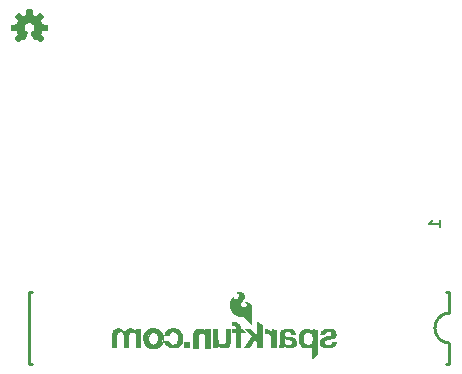
<source format=gbr>
G04 EAGLE Gerber RS-274X export*
G75*
%MOMM*%
%FSLAX34Y34*%
%LPD*%
%INSilkscreen Bottom*%
%IPPOS*%
%AMOC8*
5,1,8,0,0,1.08239X$1,22.5*%
G01*
%ADD10C,0.254000*%
%ADD11C,0.152400*%
%ADD12C,0.025400*%
%ADD13R,0.495300X0.485100*%

G36*
X123620Y495446D02*
X123620Y495446D01*
X123728Y495456D01*
X123741Y495462D01*
X123755Y495464D01*
X123852Y495512D01*
X123951Y495557D01*
X123964Y495568D01*
X123973Y495572D01*
X123988Y495588D01*
X124065Y495650D01*
X126650Y498235D01*
X126713Y498324D01*
X126779Y498409D01*
X126784Y498422D01*
X126792Y498434D01*
X126823Y498537D01*
X126859Y498640D01*
X126859Y498654D01*
X126863Y498667D01*
X126859Y498775D01*
X126860Y498884D01*
X126855Y498897D01*
X126855Y498911D01*
X126817Y499013D01*
X126782Y499115D01*
X126773Y499130D01*
X126769Y499139D01*
X126755Y499156D01*
X126701Y499238D01*
X123937Y502628D01*
X124494Y503710D01*
X124500Y503730D01*
X124542Y503825D01*
X124913Y504984D01*
X129264Y505427D01*
X129368Y505455D01*
X129474Y505480D01*
X129486Y505487D01*
X129499Y505490D01*
X129589Y505551D01*
X129682Y505608D01*
X129690Y505619D01*
X129702Y505627D01*
X129768Y505713D01*
X129837Y505797D01*
X129841Y505810D01*
X129850Y505821D01*
X129884Y505924D01*
X129923Y506025D01*
X129924Y506043D01*
X129928Y506052D01*
X129928Y506074D01*
X129937Y506172D01*
X129937Y509828D01*
X129920Y509935D01*
X129906Y510043D01*
X129900Y510055D01*
X129898Y510069D01*
X129846Y510165D01*
X129799Y510262D01*
X129789Y510272D01*
X129783Y510284D01*
X129703Y510358D01*
X129627Y510435D01*
X129615Y510441D01*
X129605Y510451D01*
X129506Y510496D01*
X129409Y510544D01*
X129391Y510548D01*
X129382Y510552D01*
X129361Y510554D01*
X129264Y510573D01*
X124913Y511016D01*
X124542Y512175D01*
X124533Y512192D01*
X124531Y512200D01*
X124527Y512207D01*
X124494Y512290D01*
X123937Y513372D01*
X126701Y516762D01*
X126755Y516856D01*
X126812Y516948D01*
X126815Y516961D01*
X126822Y516973D01*
X126843Y517080D01*
X126868Y517185D01*
X126866Y517199D01*
X126869Y517213D01*
X126854Y517320D01*
X126844Y517428D01*
X126838Y517441D01*
X126836Y517455D01*
X126788Y517552D01*
X126743Y517651D01*
X126732Y517664D01*
X126728Y517673D01*
X126712Y517688D01*
X126650Y517765D01*
X124065Y520350D01*
X123976Y520413D01*
X123891Y520479D01*
X123878Y520484D01*
X123866Y520492D01*
X123763Y520523D01*
X123660Y520559D01*
X123646Y520559D01*
X123633Y520563D01*
X123525Y520559D01*
X123416Y520560D01*
X123403Y520555D01*
X123389Y520555D01*
X123287Y520517D01*
X123185Y520482D01*
X123170Y520473D01*
X123161Y520469D01*
X123144Y520455D01*
X123062Y520401D01*
X119672Y517637D01*
X118590Y518194D01*
X118570Y518200D01*
X118475Y518242D01*
X117316Y518613D01*
X116873Y522964D01*
X116845Y523068D01*
X116820Y523174D01*
X116813Y523186D01*
X116810Y523199D01*
X116749Y523289D01*
X116692Y523382D01*
X116681Y523390D01*
X116673Y523402D01*
X116587Y523468D01*
X116503Y523537D01*
X116490Y523541D01*
X116479Y523550D01*
X116376Y523584D01*
X116275Y523623D01*
X116257Y523624D01*
X116248Y523628D01*
X116226Y523628D01*
X116128Y523637D01*
X112472Y523637D01*
X112365Y523620D01*
X112257Y523606D01*
X112245Y523600D01*
X112231Y523598D01*
X112135Y523546D01*
X112038Y523499D01*
X112028Y523489D01*
X112016Y523483D01*
X111942Y523403D01*
X111865Y523327D01*
X111859Y523315D01*
X111849Y523305D01*
X111804Y523206D01*
X111756Y523109D01*
X111752Y523091D01*
X111748Y523082D01*
X111746Y523061D01*
X111727Y522964D01*
X111284Y518613D01*
X110125Y518242D01*
X110107Y518232D01*
X110010Y518194D01*
X108928Y517637D01*
X105538Y520401D01*
X105444Y520455D01*
X105352Y520512D01*
X105339Y520515D01*
X105327Y520522D01*
X105220Y520543D01*
X105115Y520568D01*
X105101Y520566D01*
X105087Y520569D01*
X104980Y520554D01*
X104872Y520544D01*
X104859Y520538D01*
X104846Y520536D01*
X104748Y520488D01*
X104649Y520443D01*
X104636Y520432D01*
X104627Y520428D01*
X104612Y520412D01*
X104535Y520350D01*
X101950Y517765D01*
X101887Y517676D01*
X101821Y517591D01*
X101816Y517578D01*
X101808Y517566D01*
X101777Y517463D01*
X101741Y517360D01*
X101741Y517346D01*
X101737Y517333D01*
X101741Y517225D01*
X101740Y517116D01*
X101745Y517103D01*
X101745Y517089D01*
X101783Y516987D01*
X101818Y516885D01*
X101827Y516870D01*
X101831Y516861D01*
X101845Y516844D01*
X101899Y516762D01*
X104663Y513372D01*
X104106Y512290D01*
X104100Y512270D01*
X104058Y512175D01*
X103687Y511016D01*
X99336Y510573D01*
X99232Y510545D01*
X99126Y510520D01*
X99114Y510513D01*
X99101Y510510D01*
X99011Y510449D01*
X98918Y510392D01*
X98910Y510381D01*
X98898Y510373D01*
X98832Y510287D01*
X98764Y510203D01*
X98759Y510190D01*
X98750Y510179D01*
X98716Y510076D01*
X98677Y509975D01*
X98676Y509957D01*
X98672Y509948D01*
X98673Y509926D01*
X98663Y509828D01*
X98663Y506172D01*
X98680Y506065D01*
X98694Y505957D01*
X98700Y505945D01*
X98702Y505931D01*
X98754Y505835D01*
X98801Y505738D01*
X98811Y505728D01*
X98817Y505716D01*
X98897Y505642D01*
X98973Y505565D01*
X98985Y505559D01*
X98996Y505549D01*
X99094Y505504D01*
X99191Y505456D01*
X99209Y505452D01*
X99218Y505448D01*
X99239Y505446D01*
X99336Y505427D01*
X103687Y504984D01*
X104058Y503825D01*
X104068Y503807D01*
X104106Y503710D01*
X104663Y502628D01*
X101899Y499238D01*
X101845Y499144D01*
X101788Y499052D01*
X101785Y499039D01*
X101778Y499027D01*
X101757Y498920D01*
X101732Y498815D01*
X101734Y498801D01*
X101731Y498787D01*
X101746Y498680D01*
X101756Y498572D01*
X101762Y498559D01*
X101764Y498546D01*
X101812Y498448D01*
X101857Y498349D01*
X101868Y498336D01*
X101872Y498327D01*
X101888Y498312D01*
X101950Y498235D01*
X104535Y495650D01*
X104624Y495587D01*
X104709Y495521D01*
X104722Y495516D01*
X104734Y495508D01*
X104837Y495477D01*
X104940Y495441D01*
X104954Y495441D01*
X104967Y495437D01*
X105075Y495441D01*
X105184Y495440D01*
X105197Y495445D01*
X105211Y495445D01*
X105313Y495483D01*
X105415Y495518D01*
X105430Y495527D01*
X105439Y495531D01*
X105456Y495545D01*
X105538Y495599D01*
X108928Y498363D01*
X110010Y497806D01*
X110063Y497789D01*
X110112Y497763D01*
X110178Y497752D01*
X110242Y497731D01*
X110298Y497732D01*
X110352Y497723D01*
X110419Y497734D01*
X110486Y497735D01*
X110538Y497753D01*
X110593Y497762D01*
X110653Y497794D01*
X110716Y497817D01*
X110759Y497851D01*
X110809Y497877D01*
X110855Y497926D01*
X110907Y497968D01*
X110938Y498015D01*
X110976Y498055D01*
X111032Y498160D01*
X111040Y498173D01*
X111041Y498178D01*
X111045Y498185D01*
X113198Y503382D01*
X113218Y503465D01*
X113223Y503478D01*
X113225Y503494D01*
X113250Y503579D01*
X113249Y503600D01*
X113254Y503620D01*
X113246Y503702D01*
X113248Y503721D01*
X113243Y503741D01*
X113239Y503822D01*
X113232Y503842D01*
X113230Y503863D01*
X113199Y503932D01*
X113192Y503959D01*
X113177Y503983D01*
X113151Y504050D01*
X113138Y504066D01*
X113129Y504085D01*
X113084Y504134D01*
X113064Y504166D01*
X113033Y504191D01*
X112995Y504237D01*
X112972Y504253D01*
X112962Y504263D01*
X112941Y504275D01*
X112876Y504320D01*
X112875Y504321D01*
X112874Y504322D01*
X111975Y504828D01*
X111288Y505472D01*
X110773Y506260D01*
X110461Y507148D01*
X110369Y508085D01*
X110502Y509017D01*
X110853Y509891D01*
X111402Y510656D01*
X112116Y511269D01*
X112956Y511694D01*
X113873Y511908D01*
X114814Y511898D01*
X115726Y511664D01*
X116556Y511221D01*
X117257Y510592D01*
X117789Y509815D01*
X118120Y508934D01*
X118233Y507999D01*
X118125Y507082D01*
X117805Y506214D01*
X117291Y505445D01*
X116612Y504818D01*
X115728Y504323D01*
X115686Y504290D01*
X115644Y504267D01*
X115613Y504234D01*
X115565Y504199D01*
X115553Y504183D01*
X115537Y504170D01*
X115502Y504115D01*
X115477Y504089D01*
X115463Y504058D01*
X115422Y504001D01*
X115416Y503982D01*
X115406Y503965D01*
X115387Y503890D01*
X115377Y503867D01*
X115374Y503843D01*
X115351Y503768D01*
X115352Y503748D01*
X115347Y503728D01*
X115354Y503643D01*
X115353Y503624D01*
X115356Y503607D01*
X115359Y503524D01*
X115367Y503499D01*
X115368Y503485D01*
X115378Y503463D01*
X115402Y503382D01*
X115711Y502637D01*
X116642Y500389D01*
X116952Y499640D01*
X117555Y498185D01*
X117584Y498138D01*
X117605Y498086D01*
X117648Y498035D01*
X117684Y497978D01*
X117727Y497943D01*
X117763Y497900D01*
X117820Y497866D01*
X117872Y497823D01*
X117924Y497804D01*
X117972Y497775D01*
X118038Y497761D01*
X118101Y497737D01*
X118156Y497735D01*
X118210Y497724D01*
X118277Y497731D01*
X118344Y497729D01*
X118398Y497745D01*
X118453Y497752D01*
X118564Y497796D01*
X118578Y497800D01*
X118582Y497803D01*
X118590Y497806D01*
X119672Y498363D01*
X123062Y495599D01*
X123156Y495545D01*
X123248Y495488D01*
X123261Y495485D01*
X123273Y495478D01*
X123380Y495457D01*
X123485Y495432D01*
X123499Y495434D01*
X123513Y495431D01*
X123620Y495446D01*
G37*
G36*
X302584Y256077D02*
X302584Y256077D01*
X302626Y256092D01*
X302628Y256097D01*
X302632Y256099D01*
X302661Y256172D01*
X302665Y256183D01*
X302665Y256184D01*
X302665Y271348D01*
X302663Y271353D01*
X302665Y271359D01*
X302595Y272190D01*
X302589Y272201D01*
X302590Y272216D01*
X302350Y273015D01*
X302342Y273025D01*
X302340Y273039D01*
X301939Y273771D01*
X301929Y273779D01*
X301924Y273792D01*
X301454Y274342D01*
X301443Y274347D01*
X301436Y274359D01*
X300866Y274804D01*
X300854Y274807D01*
X300844Y274817D01*
X300196Y275138D01*
X300184Y275139D01*
X300172Y275147D01*
X299473Y275331D01*
X299462Y275330D01*
X299451Y275335D01*
X298511Y275408D01*
X298502Y275405D01*
X298491Y275408D01*
X297551Y275335D01*
X297547Y275333D01*
X297541Y275334D01*
X297058Y275258D01*
X297019Y275233D01*
X296979Y275212D01*
X296978Y275208D01*
X296975Y275206D01*
X296965Y275161D01*
X296953Y275117D01*
X296955Y275113D01*
X296954Y275109D01*
X296979Y275071D01*
X297003Y275032D01*
X297007Y275031D01*
X297009Y275028D01*
X297050Y275019D01*
X297090Y275007D01*
X297248Y275023D01*
X297386Y274995D01*
X297519Y274924D01*
X298343Y274325D01*
X298461Y274211D01*
X298533Y274073D01*
X298626Y273658D01*
X298626Y273230D01*
X298533Y272814D01*
X298327Y272410D01*
X298014Y272082D01*
X297408Y271717D01*
X296730Y271510D01*
X296019Y271475D01*
X295409Y271572D01*
X294823Y271770D01*
X294280Y272063D01*
X293855Y272428D01*
X293540Y272888D01*
X293354Y273413D01*
X293311Y273969D01*
X293413Y274517D01*
X293653Y275020D01*
X294023Y275455D01*
X294221Y275665D01*
X294816Y276296D01*
X295411Y276927D01*
X295476Y276996D01*
X295479Y277006D01*
X295488Y277012D01*
X296675Y278770D01*
X296677Y278783D01*
X296687Y278793D01*
X296967Y279481D01*
X296966Y279496D01*
X296975Y279511D01*
X297074Y280246D01*
X297070Y280261D01*
X297075Y280278D01*
X296988Y281015D01*
X296980Y281028D01*
X296980Y281046D01*
X296713Y281738D01*
X296702Y281749D01*
X296698Y281766D01*
X296267Y282369D01*
X296257Y282376D01*
X296251Y282388D01*
X295555Y283046D01*
X295547Y283049D01*
X295542Y283057D01*
X294765Y283617D01*
X294755Y283620D01*
X294747Y283628D01*
X293967Y284016D01*
X293955Y284017D01*
X293944Y284025D01*
X293104Y284256D01*
X293092Y284255D01*
X293080Y284261D01*
X292212Y284327D01*
X292202Y284323D01*
X292190Y284327D01*
X291290Y284241D01*
X291281Y284237D01*
X291271Y284238D01*
X290393Y284018D01*
X290385Y284012D01*
X290373Y284011D01*
X290145Y283910D01*
X289789Y283758D01*
X289788Y283758D01*
X289284Y283537D01*
X289274Y283526D01*
X289257Y283521D01*
X288822Y283183D01*
X288819Y283176D01*
X288811Y283172D01*
X288786Y283147D01*
X288783Y283146D01*
X288748Y283054D01*
X288789Y282965D01*
X288874Y282932D01*
X289477Y282932D01*
X289988Y282875D01*
X290478Y282736D01*
X290959Y282481D01*
X291354Y282111D01*
X291640Y281651D01*
X291797Y281132D01*
X291809Y280829D01*
X291750Y280529D01*
X291544Y280035D01*
X291261Y279577D01*
X290910Y279167D01*
X290498Y278813D01*
X289596Y278162D01*
X289108Y277913D01*
X288579Y277815D01*
X288040Y277873D01*
X287866Y277938D01*
X287505Y278187D01*
X287231Y278526D01*
X287187Y278629D01*
X287171Y278749D01*
X287171Y279629D01*
X287154Y279670D01*
X287140Y279712D01*
X287135Y279715D01*
X287133Y279720D01*
X287092Y279736D01*
X287052Y279755D01*
X287046Y279753D01*
X287041Y279755D01*
X287014Y279743D01*
X286965Y279727D01*
X285839Y278806D01*
X285833Y278794D01*
X285821Y278787D01*
X284914Y277650D01*
X284911Y277639D01*
X284902Y277631D01*
X284400Y276697D01*
X284399Y276687D01*
X284393Y276679D01*
X284035Y275682D01*
X284035Y275672D01*
X284030Y275663D01*
X283823Y274624D01*
X283825Y274614D01*
X283824Y274612D01*
X283825Y274612D01*
X283821Y274603D01*
X283761Y272675D01*
X283765Y272664D01*
X283762Y272652D01*
X284050Y270745D01*
X284056Y270735D01*
X284056Y270723D01*
X284684Y268899D01*
X284691Y268890D01*
X284693Y268878D01*
X285640Y267197D01*
X285648Y267191D01*
X285651Y267180D01*
X286536Y266073D01*
X286543Y266070D01*
X286545Y266064D01*
X286546Y266064D01*
X286548Y266060D01*
X287579Y265088D01*
X287587Y265085D01*
X287593Y265077D01*
X288750Y264260D01*
X288760Y264258D01*
X288768Y264250D01*
X289998Y263650D01*
X290009Y263649D01*
X290019Y263641D01*
X291338Y263273D01*
X291349Y263275D01*
X291360Y263269D01*
X292724Y263145D01*
X292729Y263147D01*
X292735Y263145D01*
X295010Y263145D01*
X295378Y263080D01*
X295729Y262953D01*
X296719Y262364D01*
X297573Y261582D01*
X302445Y256100D01*
X302449Y256098D01*
X302451Y256093D01*
X302493Y256077D01*
X302534Y256058D01*
X302538Y256060D01*
X302543Y256058D01*
X302584Y256077D01*
G37*
G36*
X353951Y227383D02*
X353951Y227383D01*
X353953Y227382D01*
X353974Y227391D01*
X354034Y227414D01*
X358174Y231148D01*
X358176Y231154D01*
X358182Y231157D01*
X358206Y231217D01*
X358215Y231238D01*
X358214Y231240D01*
X358215Y231242D01*
X358215Y251816D01*
X358200Y251853D01*
X358190Y251892D01*
X358181Y251898D01*
X358177Y251907D01*
X358149Y251918D01*
X358113Y251940D01*
X354227Y252676D01*
X354212Y252673D01*
X354197Y252678D01*
X354165Y252663D01*
X354130Y252655D01*
X354122Y252642D01*
X354109Y252636D01*
X354094Y252597D01*
X354078Y252572D01*
X354081Y252561D01*
X354077Y252550D01*
X354101Y250633D01*
X353967Y250782D01*
X353966Y250783D01*
X353966Y250784D01*
X353077Y251749D01*
X353071Y251751D01*
X353067Y251758D01*
X352724Y252059D01*
X352713Y252063D01*
X352705Y252073D01*
X352311Y252306D01*
X352302Y252307D01*
X352294Y252314D01*
X350973Y252847D01*
X350962Y252847D01*
X350952Y252854D01*
X350470Y252956D01*
X350458Y252953D01*
X350446Y252958D01*
X348465Y252983D01*
X348454Y252979D01*
X348442Y252981D01*
X347357Y252798D01*
X347347Y252791D01*
X347333Y252791D01*
X346308Y252391D01*
X346301Y252383D01*
X346289Y252381D01*
X345387Y251840D01*
X345382Y251834D01*
X345373Y251831D01*
X344549Y251178D01*
X344543Y251168D01*
X344533Y251163D01*
X343741Y250273D01*
X343737Y250260D01*
X343725Y250251D01*
X343146Y249210D01*
X343144Y249198D01*
X343136Y249187D01*
X342462Y247074D01*
X342463Y247063D01*
X342457Y247052D01*
X342174Y244852D01*
X342177Y244841D01*
X342173Y244829D01*
X342291Y242614D01*
X342296Y242604D01*
X342294Y242592D01*
X342617Y241216D01*
X342624Y241207D01*
X342624Y241195D01*
X343180Y239895D01*
X343188Y239887D01*
X343190Y239876D01*
X343962Y238691D01*
X343971Y238685D01*
X343976Y238674D01*
X344633Y237967D01*
X344643Y237963D01*
X344649Y237953D01*
X345417Y237368D01*
X345428Y237366D01*
X345435Y237357D01*
X346291Y236911D01*
X346302Y236910D01*
X346311Y236902D01*
X347230Y236608D01*
X347240Y236609D01*
X347250Y236603D01*
X348462Y236414D01*
X348471Y236416D01*
X348480Y236413D01*
X349707Y236396D01*
X349715Y236399D01*
X349725Y236397D01*
X350942Y236552D01*
X350952Y236557D01*
X350964Y236557D01*
X351808Y236821D01*
X351818Y236829D01*
X351833Y236832D01*
X352602Y237269D01*
X352610Y237279D01*
X352624Y237284D01*
X353284Y237874D01*
X353290Y237886D01*
X353302Y237894D01*
X353822Y238610D01*
X353823Y238612D01*
X353823Y227508D01*
X353841Y227464D01*
X353858Y227421D01*
X353860Y227420D01*
X353861Y227417D01*
X353905Y227400D01*
X353949Y227382D01*
X353951Y227383D01*
G37*
G36*
X188521Y236730D02*
X188521Y236730D01*
X188523Y236729D01*
X188566Y236749D01*
X188610Y236767D01*
X188610Y236769D01*
X188612Y236770D01*
X188645Y236855D01*
X188645Y247134D01*
X188752Y248014D01*
X189064Y248836D01*
X189325Y249220D01*
X189668Y249533D01*
X190074Y249759D01*
X190522Y249887D01*
X191426Y249955D01*
X192329Y249863D01*
X192739Y249737D01*
X193111Y249527D01*
X193126Y249513D01*
X193267Y249387D01*
X193407Y249260D01*
X193429Y249241D01*
X193814Y248713D01*
X194087Y248118D01*
X194236Y247479D01*
X194311Y246376D01*
X194311Y236855D01*
X194312Y236853D01*
X194311Y236851D01*
X194331Y236808D01*
X194349Y236764D01*
X194351Y236764D01*
X194352Y236762D01*
X194437Y236729D01*
X198755Y236729D01*
X198757Y236730D01*
X198759Y236729D01*
X198802Y236749D01*
X198846Y236767D01*
X198846Y236769D01*
X198848Y236770D01*
X198881Y236855D01*
X198881Y247414D01*
X198961Y248077D01*
X199192Y248696D01*
X199562Y249243D01*
X199909Y249561D01*
X200318Y249794D01*
X200768Y249930D01*
X201245Y249962D01*
X202093Y249912D01*
X202533Y249830D01*
X202937Y249652D01*
X203292Y249386D01*
X204111Y248442D01*
X204395Y247904D01*
X204526Y247313D01*
X204496Y246691D01*
X204497Y246688D01*
X204496Y246685D01*
X204496Y236880D01*
X204497Y236878D01*
X204496Y236876D01*
X204516Y236833D01*
X204534Y236789D01*
X204536Y236789D01*
X204537Y236787D01*
X204622Y236754D01*
X208940Y236754D01*
X208942Y236755D01*
X208944Y236754D01*
X208987Y236774D01*
X209031Y236792D01*
X209031Y236794D01*
X209033Y236795D01*
X209066Y236880D01*
X209066Y252933D01*
X209065Y252935D01*
X209066Y252937D01*
X209046Y252980D01*
X209028Y253024D01*
X209026Y253024D01*
X209025Y253026D01*
X208940Y253059D01*
X204953Y253059D01*
X204951Y253058D01*
X204949Y253059D01*
X204906Y253039D01*
X204862Y253021D01*
X204862Y253019D01*
X204860Y253018D01*
X204827Y252933D01*
X204827Y250880D01*
X204796Y250887D01*
X204494Y251283D01*
X204488Y251286D01*
X204485Y251294D01*
X203723Y252081D01*
X203715Y252084D01*
X203711Y252091D01*
X202949Y252703D01*
X202935Y252707D01*
X202923Y252720D01*
X202033Y253124D01*
X202021Y253124D01*
X202010Y253132D01*
X200918Y253386D01*
X200909Y253385D01*
X200901Y253389D01*
X199529Y253516D01*
X199519Y253513D01*
X199508Y253516D01*
X198551Y253447D01*
X198540Y253441D01*
X198526Y253442D01*
X197603Y253182D01*
X197593Y253174D01*
X197580Y253172D01*
X196790Y252769D01*
X196782Y252760D01*
X196769Y252756D01*
X196071Y252210D01*
X196065Y252199D01*
X196053Y252193D01*
X195471Y251524D01*
X195468Y251512D01*
X195457Y251504D01*
X195077Y250846D01*
X195035Y250888D01*
X194580Y251369D01*
X194577Y251370D01*
X194576Y251373D01*
X193788Y252132D01*
X193779Y252135D01*
X193774Y252144D01*
X192885Y252782D01*
X192874Y252784D01*
X192866Y252792D01*
X192061Y253186D01*
X192049Y253186D01*
X192038Y253194D01*
X191173Y253426D01*
X191161Y253424D01*
X191149Y253430D01*
X190255Y253491D01*
X190246Y253488D01*
X190235Y253491D01*
X188956Y253384D01*
X188949Y253380D01*
X188942Y253382D01*
X187682Y253133D01*
X187673Y253127D01*
X187661Y253127D01*
X186795Y252801D01*
X186785Y252791D01*
X186770Y252788D01*
X185996Y252281D01*
X185989Y252269D01*
X185975Y252263D01*
X185329Y251599D01*
X185326Y251589D01*
X185322Y251588D01*
X185321Y251584D01*
X185313Y251578D01*
X184725Y250639D01*
X184723Y250626D01*
X184713Y250616D01*
X184327Y249577D01*
X184328Y249564D01*
X184321Y249552D01*
X184152Y248456D01*
X184155Y248447D01*
X184151Y248437D01*
X184151Y236855D01*
X184152Y236853D01*
X184151Y236851D01*
X184171Y236808D01*
X184189Y236764D01*
X184191Y236764D01*
X184192Y236762D01*
X184277Y236729D01*
X188519Y236729D01*
X188521Y236730D01*
G37*
G36*
X336401Y236399D02*
X336401Y236399D01*
X336412Y236404D01*
X336426Y236402D01*
X337798Y236710D01*
X337809Y236718D01*
X337824Y236719D01*
X339093Y237325D01*
X339102Y237335D01*
X339116Y237339D01*
X339564Y237681D01*
X339570Y237691D01*
X339582Y237697D01*
X339959Y238117D01*
X339963Y238128D01*
X339973Y238136D01*
X340265Y238619D01*
X340267Y238630D01*
X340275Y238640D01*
X340648Y239633D01*
X340648Y239644D01*
X340654Y239655D01*
X340843Y240699D01*
X340840Y240710D01*
X340845Y240722D01*
X340842Y241783D01*
X340839Y241790D01*
X340841Y241793D01*
X340838Y241800D01*
X340839Y241810D01*
X340633Y242751D01*
X340624Y242763D01*
X340623Y242780D01*
X340194Y243642D01*
X340184Y243651D01*
X340179Y243666D01*
X339681Y244275D01*
X339676Y244278D01*
X339674Y244282D01*
X339668Y244284D01*
X339663Y244293D01*
X339053Y244791D01*
X339041Y244794D01*
X339032Y244805D01*
X338336Y245171D01*
X338325Y245172D01*
X338316Y245179D01*
X336831Y245663D01*
X336823Y245662D01*
X336814Y245667D01*
X335277Y245945D01*
X335273Y245944D01*
X335268Y245947D01*
X333062Y246175D01*
X331756Y246401D01*
X331287Y246566D01*
X330859Y246812D01*
X330575Y247073D01*
X330515Y247160D01*
X330473Y247257D01*
X330362Y247778D01*
X330362Y248309D01*
X330473Y248830D01*
X330612Y249144D01*
X330811Y249423D01*
X331064Y249657D01*
X331378Y249850D01*
X331724Y249978D01*
X332093Y250039D01*
X333448Y250089D01*
X334035Y250035D01*
X334596Y249870D01*
X335060Y249615D01*
X335450Y249259D01*
X335745Y248821D01*
X335929Y248326D01*
X335992Y247795D01*
X335992Y247752D01*
X335993Y247750D01*
X335992Y247748D01*
X336012Y247705D01*
X336030Y247661D01*
X336032Y247661D01*
X336033Y247659D01*
X336118Y247626D01*
X340259Y247626D01*
X340260Y247624D01*
X340302Y247614D01*
X340344Y247600D01*
X340350Y247603D01*
X340356Y247602D01*
X340381Y247618D01*
X340426Y247639D01*
X340451Y247664D01*
X340451Y247665D01*
X340467Y247707D01*
X340486Y247756D01*
X340486Y247757D01*
X340466Y247799D01*
X340447Y247842D01*
X340325Y248733D01*
X340319Y248744D01*
X340319Y248759D01*
X339985Y249700D01*
X339976Y249710D01*
X339973Y249724D01*
X339454Y250577D01*
X339443Y250585D01*
X339438Y250598D01*
X338755Y251328D01*
X338743Y251333D01*
X338735Y251345D01*
X337918Y251919D01*
X337906Y251922D01*
X337897Y251931D01*
X336739Y252460D01*
X336729Y252460D01*
X336720Y252467D01*
X335491Y252801D01*
X335482Y252800D01*
X335473Y252804D01*
X333733Y253018D01*
X333725Y253015D01*
X333717Y253018D01*
X331963Y253010D01*
X331956Y253007D01*
X331947Y253009D01*
X330208Y252779D01*
X330200Y252774D01*
X330189Y252775D01*
X328775Y252350D01*
X328766Y252342D01*
X328752Y252341D01*
X327449Y251647D01*
X327440Y251637D01*
X327426Y251632D01*
X326864Y251149D01*
X326857Y251135D01*
X326843Y251126D01*
X326416Y250521D01*
X326413Y250506D01*
X326401Y250494D01*
X326134Y249803D01*
X326135Y249788D01*
X326127Y249773D01*
X326036Y249038D01*
X326038Y249030D01*
X326035Y249022D01*
X326035Y244196D01*
X326036Y244194D01*
X326035Y244192D01*
X326042Y244177D01*
X326010Y244093D01*
X326035Y239755D01*
X325933Y238418D01*
X325584Y237123D01*
X325510Y236924D01*
X325511Y236899D01*
X325502Y236876D01*
X325513Y236852D01*
X325514Y236826D01*
X325533Y236809D01*
X325543Y236787D01*
X325570Y236776D01*
X325588Y236760D01*
X325607Y236762D01*
X325628Y236754D01*
X329662Y236754D01*
X329698Y236751D01*
X329726Y236760D01*
X329766Y236764D01*
X329803Y236783D01*
X329822Y236805D01*
X329854Y236829D01*
X329876Y236865D01*
X329878Y236882D01*
X329890Y236898D01*
X329966Y237178D01*
X329965Y237181D01*
X329967Y237184D01*
X330194Y238213D01*
X330204Y238236D01*
X330210Y238242D01*
X330218Y238244D01*
X330227Y238243D01*
X330251Y238227D01*
X331078Y237524D01*
X331089Y237520D01*
X331098Y237510D01*
X332049Y236970D01*
X332060Y236969D01*
X332070Y236961D01*
X333105Y236608D01*
X333117Y236609D01*
X333127Y236603D01*
X334745Y236362D01*
X334755Y236365D01*
X334766Y236361D01*
X336401Y236399D01*
G37*
G36*
X311534Y236628D02*
X311534Y236628D01*
X311537Y236627D01*
X311620Y236664D01*
X311671Y236715D01*
X311673Y236718D01*
X311675Y236719D01*
X311708Y236804D01*
X311708Y256134D01*
X311700Y256153D01*
X311702Y256173D01*
X311681Y256200D01*
X311670Y256225D01*
X311656Y256230D01*
X311645Y256244D01*
X307505Y258606D01*
X307470Y258610D01*
X307438Y258622D01*
X307423Y258615D01*
X307407Y258617D01*
X307380Y258595D01*
X307349Y258581D01*
X307342Y258565D01*
X307330Y258555D01*
X307328Y258528D01*
X307316Y258496D01*
X307316Y247066D01*
X301841Y252540D01*
X301838Y252542D01*
X301837Y252544D01*
X301752Y252577D01*
X297078Y252577D01*
X297076Y252577D01*
X297075Y252577D01*
X297031Y252557D01*
X296987Y252539D01*
X296987Y252537D01*
X296985Y252536D01*
X296969Y252492D01*
X296952Y252447D01*
X296953Y252445D01*
X296952Y252444D01*
X296990Y252361D01*
X302681Y246795D01*
X296084Y236900D01*
X296077Y236862D01*
X296063Y236825D01*
X296068Y236815D01*
X296066Y236803D01*
X296088Y236772D01*
X296105Y236736D01*
X296116Y236732D01*
X296122Y236723D01*
X296152Y236718D01*
X296190Y236704D01*
X301270Y236729D01*
X301287Y236736D01*
X301305Y236734D01*
X301334Y236756D01*
X301360Y236768D01*
X301365Y236780D01*
X301377Y236790D01*
X305610Y243768D01*
X307265Y242161D01*
X307265Y236753D01*
X307266Y236751D01*
X307265Y236749D01*
X307285Y236706D01*
X307303Y236662D01*
X307305Y236662D01*
X307306Y236660D01*
X307391Y236627D01*
X311531Y236627D01*
X311534Y236628D01*
G37*
G36*
X279966Y236327D02*
X279966Y236327D01*
X279977Y236324D01*
X281010Y236471D01*
X281021Y236477D01*
X281034Y236477D01*
X282020Y236820D01*
X282029Y236828D01*
X282042Y236830D01*
X282944Y237356D01*
X282951Y237366D01*
X282964Y237371D01*
X283218Y237599D01*
X283224Y237610D01*
X283235Y237618D01*
X283896Y238503D01*
X283898Y238514D01*
X283908Y238523D01*
X284396Y239513D01*
X284396Y239525D01*
X284404Y239535D01*
X284704Y240598D01*
X284702Y240609D01*
X284708Y240621D01*
X284809Y241720D01*
X284807Y241726D01*
X284809Y241732D01*
X284809Y252527D01*
X284808Y252529D01*
X284809Y252531D01*
X284789Y252574D01*
X284771Y252618D01*
X284769Y252618D01*
X284768Y252620D01*
X284683Y252653D01*
X280543Y252653D01*
X280541Y252652D01*
X280539Y252653D01*
X280496Y252633D01*
X280452Y252615D01*
X280452Y252613D01*
X280450Y252612D01*
X280417Y252527D01*
X280417Y242530D01*
X280268Y241700D01*
X279925Y240932D01*
X279653Y240570D01*
X279312Y240269D01*
X278917Y240044D01*
X278228Y239821D01*
X277509Y239741D01*
X276788Y239808D01*
X276097Y240020D01*
X275587Y240308D01*
X275156Y240705D01*
X274829Y241190D01*
X274620Y241740D01*
X274395Y242944D01*
X274319Y244174D01*
X274319Y252476D01*
X274318Y252478D01*
X274319Y252480D01*
X274299Y252523D01*
X274281Y252567D01*
X274279Y252567D01*
X274278Y252569D01*
X274193Y252602D01*
X269977Y252602D01*
X269975Y252601D01*
X269973Y252602D01*
X269930Y252582D01*
X269886Y252564D01*
X269886Y252562D01*
X269884Y252561D01*
X269851Y252476D01*
X269851Y236855D01*
X269852Y236853D01*
X269851Y236851D01*
X269871Y236808D01*
X269889Y236764D01*
X269891Y236764D01*
X269892Y236762D01*
X269977Y236729D01*
X273990Y236729D01*
X273992Y236730D01*
X273994Y236729D01*
X274037Y236749D01*
X274081Y236767D01*
X274081Y236769D01*
X274083Y236770D01*
X274116Y236855D01*
X274116Y238912D01*
X274623Y238271D01*
X274631Y238267D01*
X274635Y238258D01*
X275462Y237473D01*
X275471Y237470D01*
X275476Y237462D01*
X276406Y236803D01*
X276415Y236801D01*
X276423Y236793D01*
X276668Y236671D01*
X276679Y236670D01*
X276688Y236663D01*
X276950Y236582D01*
X276959Y236583D01*
X276968Y236578D01*
X278446Y236355D01*
X278454Y236357D01*
X278462Y236353D01*
X279956Y236323D01*
X279966Y236327D01*
G37*
G36*
X267489Y236654D02*
X267489Y236654D01*
X267491Y236653D01*
X267534Y236673D01*
X267578Y236691D01*
X267578Y236693D01*
X267580Y236694D01*
X267613Y236779D01*
X267613Y252501D01*
X267612Y252503D01*
X267613Y252505D01*
X267593Y252548D01*
X267575Y252592D01*
X267573Y252592D01*
X267572Y252594D01*
X267487Y252627D01*
X263449Y252627D01*
X263447Y252626D01*
X263445Y252627D01*
X263402Y252607D01*
X263358Y252589D01*
X263358Y252587D01*
X263356Y252586D01*
X263323Y252501D01*
X263323Y250433D01*
X263281Y250462D01*
X263167Y250598D01*
X262890Y250976D01*
X262886Y250978D01*
X262884Y250983D01*
X262482Y251456D01*
X262475Y251460D01*
X262471Y251468D01*
X262276Y251644D01*
X262136Y251770D01*
X262010Y251884D01*
X262000Y251887D01*
X261992Y251897D01*
X261094Y252464D01*
X261081Y252467D01*
X261070Y252476D01*
X260074Y252845D01*
X260061Y252845D01*
X260048Y252852D01*
X258996Y253007D01*
X258986Y253004D01*
X258975Y253008D01*
X256969Y252958D01*
X256959Y252954D01*
X256946Y252956D01*
X255969Y252750D01*
X255957Y252742D01*
X255941Y252741D01*
X255036Y252319D01*
X255027Y252308D01*
X255012Y252304D01*
X254227Y251686D01*
X254221Y251675D01*
X254209Y251669D01*
X253720Y251094D01*
X253717Y251083D01*
X253707Y251076D01*
X253323Y250427D01*
X253321Y250416D01*
X253313Y250407D01*
X253044Y249702D01*
X253044Y249693D01*
X253039Y249684D01*
X252799Y248577D01*
X252801Y248568D01*
X252797Y248560D01*
X252706Y247431D01*
X252708Y247426D01*
X252706Y247421D01*
X252706Y236880D01*
X252707Y236878D01*
X252706Y236876D01*
X252726Y236833D01*
X252744Y236789D01*
X252746Y236789D01*
X252747Y236787D01*
X252832Y236754D01*
X256921Y236754D01*
X256923Y236755D01*
X256925Y236754D01*
X256968Y236774D01*
X257012Y236792D01*
X257012Y236794D01*
X257014Y236795D01*
X257047Y236880D01*
X257047Y246526D01*
X257112Y247244D01*
X257303Y247932D01*
X257613Y248574D01*
X257909Y248961D01*
X258283Y249270D01*
X258718Y249487D01*
X259018Y249564D01*
X259334Y249581D01*
X260439Y249531D01*
X260995Y249444D01*
X261511Y249240D01*
X261968Y248926D01*
X262485Y248357D01*
X262848Y247678D01*
X263065Y246928D01*
X263145Y246145D01*
X263145Y236779D01*
X263146Y236777D01*
X263145Y236775D01*
X263165Y236732D01*
X263183Y236688D01*
X263185Y236688D01*
X263186Y236686D01*
X263271Y236653D01*
X267487Y236653D01*
X267489Y236654D01*
G37*
G36*
X219203Y236582D02*
X219203Y236582D01*
X219219Y236578D01*
X222216Y236984D01*
X222237Y236996D01*
X222266Y237002D01*
X225111Y238780D01*
X225125Y238801D01*
X225150Y238819D01*
X226750Y241308D01*
X226754Y241331D01*
X226769Y241356D01*
X227379Y245242D01*
X227373Y245264D01*
X227377Y245290D01*
X226564Y248846D01*
X226549Y248867D01*
X226540Y248896D01*
X224406Y251614D01*
X224384Y251626D01*
X224363Y251649D01*
X220985Y253326D01*
X220965Y253327D01*
X220944Y253338D01*
X219471Y253515D01*
X219464Y253513D01*
X219456Y253516D01*
X219405Y253516D01*
X219385Y253508D01*
X219359Y253507D01*
X219232Y253457D01*
X219211Y253437D01*
X219185Y253425D01*
X219176Y253403D01*
X219161Y253389D01*
X219162Y253365D01*
X219152Y253340D01*
X219152Y250419D01*
X219169Y250379D01*
X219181Y250338D01*
X219188Y250334D01*
X219190Y250328D01*
X219218Y250317D01*
X219261Y250294D01*
X220356Y250144D01*
X221504Y249509D01*
X222292Y248425D01*
X222688Y247536D01*
X222962Y246062D01*
X223013Y244203D01*
X222838Y242955D01*
X222463Y241806D01*
X221925Y240779D01*
X220277Y239771D01*
X218529Y239549D01*
X216778Y240141D01*
X216708Y240205D01*
X216430Y240458D01*
X216152Y240710D01*
X216013Y240836D01*
X215736Y241089D01*
X215735Y241089D01*
X215699Y241122D01*
X215156Y242332D01*
X214781Y243880D01*
X214781Y245305D01*
X215032Y247234D01*
X215776Y248846D01*
X216610Y249655D01*
X217563Y250168D01*
X218750Y250267D01*
X218846Y250267D01*
X218849Y250268D01*
X218852Y250267D01*
X218894Y250287D01*
X218937Y250305D01*
X218938Y250308D01*
X218941Y250310D01*
X218972Y250395D01*
X218946Y251983D01*
X218943Y252109D01*
X218943Y252110D01*
X218941Y252236D01*
X218939Y252362D01*
X218937Y252488D01*
X218935Y252614D01*
X218935Y252615D01*
X218933Y252741D01*
X218931Y252867D01*
X218929Y252993D01*
X218926Y253119D01*
X218926Y253120D01*
X218924Y253246D01*
X218922Y253367D01*
X218918Y253376D01*
X218921Y253385D01*
X218899Y253420D01*
X218882Y253457D01*
X218874Y253460D01*
X218869Y253468D01*
X218817Y253481D01*
X218790Y253491D01*
X218785Y253489D01*
X218780Y253490D01*
X216773Y253236D01*
X216762Y253230D01*
X216748Y253230D01*
X215122Y252671D01*
X215110Y252660D01*
X215091Y252656D01*
X213110Y251285D01*
X213102Y251272D01*
X213086Y251263D01*
X211994Y249993D01*
X211989Y249977D01*
X211975Y249962D01*
X210934Y247625D01*
X210933Y247608D01*
X210924Y247590D01*
X210644Y245405D01*
X210648Y245390D01*
X210644Y245374D01*
X210898Y243266D01*
X210902Y243258D01*
X210901Y243247D01*
X211587Y240783D01*
X211598Y240769D01*
X211602Y240750D01*
X212415Y239455D01*
X212427Y239446D01*
X212435Y239431D01*
X213629Y238288D01*
X213638Y238284D01*
X213643Y238276D01*
X214760Y237489D01*
X214777Y237485D01*
X214792Y237473D01*
X216646Y236838D01*
X216660Y236839D01*
X216674Y236831D01*
X219189Y236577D01*
X219203Y236582D01*
G37*
G36*
X367184Y236375D02*
X367184Y236375D01*
X367191Y236373D01*
X369757Y236551D01*
X369766Y236556D01*
X369776Y236554D01*
X370697Y236766D01*
X370708Y236774D01*
X370722Y236775D01*
X371579Y237172D01*
X371585Y237179D01*
X371594Y237181D01*
X372788Y237943D01*
X372793Y237949D01*
X372801Y237952D01*
X373316Y238383D01*
X373321Y238394D01*
X373333Y238400D01*
X373753Y238924D01*
X373757Y238935D01*
X373767Y238944D01*
X374076Y239540D01*
X374077Y239549D01*
X374084Y239557D01*
X374516Y240827D01*
X374515Y240837D01*
X374520Y240846D01*
X374622Y241430D01*
X374621Y241437D01*
X374624Y241443D01*
X374649Y241799D01*
X374648Y241803D01*
X374649Y241806D01*
X374648Y241808D01*
X374649Y241812D01*
X374637Y241838D01*
X374634Y241868D01*
X374633Y241869D01*
X374633Y241870D01*
X374622Y241879D01*
X374617Y241892D01*
X374611Y241895D01*
X374608Y241901D01*
X374578Y241913D01*
X374558Y241929D01*
X374556Y241929D01*
X374555Y241930D01*
X374540Y241929D01*
X374528Y241934D01*
X374526Y241933D01*
X374523Y241934D01*
X370662Y241934D01*
X370660Y241933D01*
X370658Y241934D01*
X370615Y241914D01*
X370571Y241896D01*
X370571Y241894D01*
X370569Y241893D01*
X370536Y241808D01*
X370536Y241761D01*
X370507Y241264D01*
X370361Y240802D01*
X370105Y240388D01*
X370001Y240283D01*
X369875Y240157D01*
X369663Y239945D01*
X369136Y239608D01*
X368549Y239391D01*
X367987Y239318D01*
X366657Y239318D01*
X366054Y239392D01*
X365487Y239589D01*
X364974Y239901D01*
X364687Y240185D01*
X364478Y240530D01*
X364361Y240915D01*
X364344Y241319D01*
X364429Y241714D01*
X364610Y242076D01*
X364875Y242380D01*
X365211Y242611D01*
X366318Y243081D01*
X367492Y243387D01*
X371123Y244250D01*
X371130Y244255D01*
X371139Y244255D01*
X371947Y244561D01*
X371954Y244567D01*
X371964Y244569D01*
X372715Y244996D01*
X372721Y245003D01*
X372731Y245007D01*
X373408Y245544D01*
X373413Y245554D01*
X373424Y245560D01*
X373761Y245945D01*
X373765Y245958D01*
X373776Y245967D01*
X374025Y246414D01*
X374026Y246427D01*
X374035Y246438D01*
X374187Y246927D01*
X374185Y246939D01*
X374192Y246952D01*
X374297Y248088D01*
X374294Y248101D01*
X374297Y248114D01*
X374168Y249248D01*
X374162Y249259D01*
X374163Y249273D01*
X373805Y250357D01*
X373797Y250366D01*
X373795Y250380D01*
X373496Y250902D01*
X373486Y250909D01*
X373481Y250922D01*
X373087Y251377D01*
X373076Y251382D01*
X373069Y251394D01*
X372593Y251763D01*
X372582Y251766D01*
X372573Y251775D01*
X371292Y252429D01*
X371281Y252430D01*
X371271Y252437D01*
X369893Y252848D01*
X369882Y252847D01*
X369870Y252853D01*
X368441Y253008D01*
X368434Y253006D01*
X368427Y253008D01*
X366624Y253008D01*
X366618Y253006D01*
X366611Y253008D01*
X365218Y252868D01*
X365209Y252863D01*
X365198Y252864D01*
X363847Y252496D01*
X363838Y252489D01*
X363824Y252487D01*
X362727Y251949D01*
X362718Y251939D01*
X362704Y251935D01*
X361745Y251178D01*
X361739Y251168D01*
X361728Y251163D01*
X361380Y250767D01*
X361378Y250762D01*
X361377Y250762D01*
X361376Y250758D01*
X361368Y250752D01*
X361082Y250310D01*
X361080Y250300D01*
X361073Y250293D01*
X360717Y249505D01*
X360717Y249500D01*
X360713Y249496D01*
X360510Y248938D01*
X360512Y248914D01*
X360507Y248902D01*
X360510Y248895D01*
X360505Y248870D01*
X360514Y248856D01*
X360505Y248844D01*
X360507Y248838D01*
X360503Y248831D01*
X360427Y248120D01*
X360429Y248114D01*
X360428Y248110D01*
X360429Y248108D01*
X360427Y248103D01*
X360444Y248066D01*
X360456Y248026D01*
X360464Y248022D01*
X360468Y248014D01*
X360518Y247994D01*
X360544Y247981D01*
X360548Y247983D01*
X360553Y247981D01*
X364439Y247981D01*
X364483Y247999D01*
X364527Y248017D01*
X364528Y248018D01*
X364530Y248019D01*
X364537Y248038D01*
X364565Y248099D01*
X364581Y248359D01*
X364636Y248602D01*
X364786Y248954D01*
X365004Y249267D01*
X365280Y249531D01*
X365702Y249802D01*
X366169Y249991D01*
X366665Y250089D01*
X367513Y250133D01*
X368361Y250089D01*
X368810Y250004D01*
X369234Y249847D01*
X369535Y249652D01*
X369768Y249384D01*
X369923Y249042D01*
X369971Y248670D01*
X369906Y248301D01*
X369722Y247940D01*
X369487Y247697D01*
X369439Y247647D01*
X368764Y247231D01*
X368012Y246959D01*
X365989Y246555D01*
X365988Y246554D01*
X365987Y246554D01*
X364264Y246173D01*
X364257Y246168D01*
X364248Y246168D01*
X362592Y245558D01*
X362586Y245552D01*
X362576Y245551D01*
X361820Y245146D01*
X361814Y245139D01*
X361805Y245136D01*
X361113Y244628D01*
X361108Y244618D01*
X361096Y244613D01*
X360764Y244263D01*
X360759Y244251D01*
X360748Y244242D01*
X360496Y243830D01*
X360494Y243816D01*
X360484Y243804D01*
X360147Y242801D01*
X360148Y242786D01*
X360140Y242772D01*
X360046Y241717D01*
X360049Y241708D01*
X360046Y241697D01*
X360122Y240656D01*
X360126Y240648D01*
X360125Y240638D01*
X360268Y239974D01*
X360274Y239964D01*
X360275Y239951D01*
X360541Y239326D01*
X360549Y239317D01*
X360552Y239305D01*
X360931Y238741D01*
X360941Y238734D01*
X360946Y238723D01*
X361672Y237980D01*
X361682Y237976D01*
X361688Y237965D01*
X362532Y237359D01*
X362542Y237357D01*
X362551Y237348D01*
X363486Y236897D01*
X363497Y236896D01*
X363507Y236889D01*
X364507Y236607D01*
X364515Y236608D01*
X364524Y236603D01*
X365838Y236421D01*
X365845Y236423D01*
X365851Y236420D01*
X367178Y236373D01*
X367184Y236375D01*
G37*
G36*
X237382Y236472D02*
X237382Y236472D01*
X237389Y236475D01*
X237397Y236474D01*
X238960Y236756D01*
X238968Y236761D01*
X238978Y236760D01*
X240048Y237115D01*
X240056Y237121D01*
X240067Y237123D01*
X241064Y237649D01*
X241071Y237657D01*
X241082Y237661D01*
X241978Y238345D01*
X241983Y238354D01*
X241994Y238359D01*
X242764Y239182D01*
X242766Y239188D01*
X242768Y239189D01*
X242770Y239193D01*
X242777Y239198D01*
X243459Y240214D01*
X243461Y240224D01*
X243469Y240232D01*
X243983Y241343D01*
X243984Y241352D01*
X243990Y241361D01*
X244324Y242539D01*
X244323Y242549D01*
X244328Y242558D01*
X244473Y243774D01*
X244471Y243783D01*
X244474Y243793D01*
X244473Y243825D01*
X244473Y243826D01*
X244465Y244078D01*
X244466Y244078D01*
X244465Y244078D01*
X244462Y244204D01*
X244454Y244457D01*
X244450Y244583D01*
X244442Y244835D01*
X244442Y244836D01*
X244439Y244962D01*
X244435Y245088D01*
X244431Y245214D01*
X244423Y245467D01*
X244419Y245593D01*
X244412Y245845D01*
X244412Y245846D01*
X244408Y245972D01*
X244400Y246224D01*
X244398Y246282D01*
X244394Y246291D01*
X244396Y246303D01*
X244098Y247793D01*
X244091Y247803D01*
X244091Y247816D01*
X243514Y249222D01*
X243506Y249230D01*
X243503Y249243D01*
X242669Y250514D01*
X242659Y250520D01*
X242654Y250532D01*
X241593Y251620D01*
X241582Y251625D01*
X241574Y251636D01*
X240325Y252501D01*
X240313Y252504D01*
X240304Y252513D01*
X238913Y253125D01*
X238901Y253125D01*
X238889Y253132D01*
X237383Y253465D01*
X237371Y253462D01*
X237358Y253468D01*
X235816Y253491D01*
X235807Y253488D01*
X235798Y253490D01*
X234363Y253301D01*
X234358Y253298D01*
X234352Y253299D01*
X232941Y252980D01*
X232933Y252975D01*
X232923Y252974D01*
X231766Y252517D01*
X231756Y252507D01*
X231742Y252504D01*
X230711Y251807D01*
X230704Y251796D01*
X230690Y251789D01*
X229835Y250886D01*
X229830Y250874D01*
X229818Y250865D01*
X229178Y249798D01*
X229176Y249786D01*
X229168Y249777D01*
X228743Y248622D01*
X228743Y248612D01*
X228738Y248603D01*
X228501Y247395D01*
X228504Y247381D01*
X228499Y247367D01*
X228514Y247334D01*
X228521Y247299D01*
X228534Y247291D01*
X228540Y247278D01*
X228579Y247262D01*
X228605Y247246D01*
X228615Y247249D01*
X228625Y247245D01*
X232816Y247245D01*
X232818Y247246D01*
X232820Y247245D01*
X232863Y247265D01*
X232907Y247283D01*
X232907Y247285D01*
X232909Y247286D01*
X232942Y247371D01*
X232942Y247389D01*
X233009Y247968D01*
X233202Y248510D01*
X233513Y248995D01*
X233926Y249396D01*
X234419Y249694D01*
X235211Y249955D01*
X236043Y250038D01*
X236883Y249972D01*
X237704Y249791D01*
X238118Y249605D01*
X238465Y249315D01*
X239152Y248404D01*
X239657Y247379D01*
X239962Y246276D01*
X240055Y245135D01*
X239926Y243575D01*
X239580Y242051D01*
X239265Y241334D01*
X238790Y240715D01*
X238182Y240226D01*
X237474Y239896D01*
X236695Y239715D01*
X235895Y239674D01*
X235304Y239747D01*
X234735Y239920D01*
X234205Y240188D01*
X233762Y240533D01*
X233404Y240965D01*
X233083Y241555D01*
X232868Y242192D01*
X232764Y242868D01*
X232742Y242904D01*
X232724Y242942D01*
X232716Y242945D01*
X232712Y242952D01*
X232682Y242958D01*
X232639Y242975D01*
X228575Y242975D01*
X228573Y242974D01*
X228571Y242975D01*
X228528Y242955D01*
X228484Y242937D01*
X228484Y242935D01*
X228482Y242934D01*
X228449Y242849D01*
X228449Y242799D01*
X228450Y242795D01*
X228449Y242791D01*
X228481Y242316D01*
X228485Y242309D01*
X228483Y242299D01*
X228578Y241834D01*
X228584Y241825D01*
X228584Y241813D01*
X229126Y240422D01*
X229135Y240413D01*
X229138Y240399D01*
X229953Y239148D01*
X229964Y239141D01*
X229969Y239128D01*
X231022Y238070D01*
X231034Y238065D01*
X231043Y238053D01*
X232290Y237233D01*
X232301Y237230D01*
X232310Y237222D01*
X233403Y236760D01*
X233413Y236760D01*
X233422Y236754D01*
X234575Y236472D01*
X234585Y236473D01*
X234595Y236469D01*
X235778Y236373D01*
X235786Y236376D01*
X235796Y236373D01*
X237382Y236472D01*
G37*
G36*
X293321Y236654D02*
X293321Y236654D01*
X293323Y236653D01*
X293366Y236673D01*
X293410Y236691D01*
X293410Y236693D01*
X293412Y236694D01*
X293445Y236779D01*
X293445Y249659D01*
X297308Y249683D01*
X297309Y249683D01*
X297354Y249703D01*
X297398Y249722D01*
X297399Y249723D01*
X297416Y249768D01*
X297433Y249814D01*
X297433Y249815D01*
X297396Y249898D01*
X294729Y252565D01*
X294726Y252567D01*
X294725Y252569D01*
X294640Y252602D01*
X293394Y252602D01*
X293394Y252933D01*
X293392Y252938D01*
X293394Y252943D01*
X293217Y255077D01*
X293212Y255087D01*
X293212Y255088D01*
X293212Y255089D01*
X293212Y255090D01*
X293213Y255099D01*
X293065Y255666D01*
X293058Y255675D01*
X293057Y255687D01*
X292809Y256218D01*
X292800Y256226D01*
X292797Y256238D01*
X292457Y256715D01*
X292447Y256721D01*
X292441Y256733D01*
X291698Y257443D01*
X291688Y257447D01*
X291686Y257451D01*
X291683Y257452D01*
X291679Y257458D01*
X290811Y258008D01*
X290799Y258010D01*
X290789Y258019D01*
X289831Y258388D01*
X289818Y258388D01*
X289807Y258395D01*
X288794Y258569D01*
X288784Y258567D01*
X288773Y258571D01*
X287223Y258571D01*
X287220Y258570D01*
X287216Y258571D01*
X285899Y258495D01*
X285877Y258495D01*
X285875Y258494D01*
X285873Y258495D01*
X285830Y258475D01*
X285786Y258457D01*
X285786Y258455D01*
X285784Y258454D01*
X285751Y258369D01*
X285751Y255346D01*
X285752Y255344D01*
X285751Y255342D01*
X285771Y255299D01*
X285789Y255255D01*
X285791Y255255D01*
X285792Y255253D01*
X285877Y255220D01*
X285953Y255220D01*
X285958Y255222D01*
X285965Y255220D01*
X286245Y255246D01*
X287160Y255331D01*
X288060Y255248D01*
X288342Y255151D01*
X288582Y254981D01*
X288764Y254749D01*
X288939Y254326D01*
X289002Y253864D01*
X289002Y252602D01*
X286156Y252602D01*
X286154Y252601D01*
X286152Y252602D01*
X286109Y252582D01*
X286065Y252564D01*
X286065Y252562D01*
X286063Y252561D01*
X286030Y252476D01*
X286030Y249809D01*
X286031Y249807D01*
X286030Y249805D01*
X286050Y249762D01*
X286068Y249718D01*
X286070Y249718D01*
X286071Y249716D01*
X286156Y249683D01*
X289028Y249683D01*
X289028Y236779D01*
X289029Y236777D01*
X289028Y236775D01*
X289048Y236732D01*
X289066Y236688D01*
X289068Y236688D01*
X289069Y236686D01*
X289154Y236653D01*
X293319Y236653D01*
X293321Y236654D01*
G37*
G36*
X323446Y236755D02*
X323446Y236755D01*
X323448Y236754D01*
X323491Y236774D01*
X323535Y236792D01*
X323536Y236794D01*
X323538Y236795D01*
X323570Y236880D01*
X323544Y251765D01*
X323528Y251803D01*
X323518Y251842D01*
X323509Y251847D01*
X323506Y251856D01*
X323477Y251867D01*
X323440Y251889D01*
X319579Y252575D01*
X319566Y252572D01*
X319553Y252577D01*
X319519Y252562D01*
X319483Y252553D01*
X319476Y252542D01*
X319464Y252536D01*
X319448Y252495D01*
X319432Y252469D01*
X319434Y252460D01*
X319431Y252451D01*
X319431Y249671D01*
X319384Y249686D01*
X319205Y249954D01*
X318519Y250996D01*
X318514Y251000D01*
X318511Y251007D01*
X318195Y251390D01*
X318182Y251397D01*
X318174Y251410D01*
X317780Y251712D01*
X317775Y251713D01*
X317772Y251717D01*
X316883Y252302D01*
X316880Y252303D01*
X316877Y252306D01*
X316266Y252659D01*
X316254Y252661D01*
X316243Y252670D01*
X315573Y252893D01*
X315561Y252892D01*
X315549Y252898D01*
X314848Y252982D01*
X314838Y252979D01*
X314826Y252983D01*
X313454Y252907D01*
X313411Y252886D01*
X313368Y252866D01*
X313367Y252864D01*
X313366Y252864D01*
X313360Y252846D01*
X313335Y252781D01*
X313335Y248920D01*
X313336Y248918D01*
X313335Y248916D01*
X313355Y248873D01*
X313373Y248829D01*
X313375Y248829D01*
X313376Y248827D01*
X313461Y248794D01*
X313487Y248794D01*
X313496Y248798D01*
X313508Y248795D01*
X313660Y248820D01*
X313662Y248822D01*
X313665Y248821D01*
X314262Y248946D01*
X315787Y248946D01*
X316329Y248854D01*
X316847Y248673D01*
X317326Y248409D01*
X317993Y247849D01*
X318518Y247157D01*
X318879Y246364D01*
X319079Y245545D01*
X319152Y244699D01*
X319152Y236880D01*
X319153Y236878D01*
X319152Y236876D01*
X319172Y236833D01*
X319190Y236789D01*
X319192Y236789D01*
X319193Y236787D01*
X319278Y236754D01*
X323444Y236754D01*
X323446Y236755D01*
G37*
%LPC*%
G36*
X348984Y239821D02*
X348984Y239821D01*
X348245Y240159D01*
X347619Y240675D01*
X347147Y241333D01*
X346858Y242094D01*
X346554Y244041D01*
X346557Y246012D01*
X346748Y246982D01*
X347151Y247881D01*
X347748Y248667D01*
X348507Y249297D01*
X349007Y249557D01*
X349549Y249713D01*
X350116Y249759D01*
X351191Y249708D01*
X351563Y249634D01*
X351901Y249472D01*
X352614Y248916D01*
X353211Y248236D01*
X353624Y247529D01*
X353891Y246755D01*
X354001Y245940D01*
X353975Y243394D01*
X353851Y242625D01*
X353626Y241950D01*
X353627Y241938D01*
X353621Y241926D01*
X353616Y241889D01*
X353624Y241862D01*
X353624Y241851D01*
X353596Y241838D01*
X353552Y241818D01*
X353552Y241817D01*
X353551Y241817D01*
X353518Y241732D01*
X353518Y241694D01*
X353506Y241635D01*
X353464Y241575D01*
X353464Y241574D01*
X353463Y241573D01*
X353412Y241497D01*
X353411Y241491D01*
X353406Y241486D01*
X353106Y240922D01*
X352694Y240453D01*
X352185Y240090D01*
X351508Y239800D01*
X350786Y239648D01*
X349875Y239642D01*
X348984Y239821D01*
G37*
%LPD*%
%LPC*%
G36*
X332289Y239442D02*
X332289Y239442D01*
X331967Y239564D01*
X331676Y239749D01*
X330932Y240468D01*
X330782Y240687D01*
X330675Y240936D01*
X330628Y241101D01*
X330421Y242171D01*
X330351Y243260D01*
X330351Y244094D01*
X330350Y244096D01*
X330351Y244098D01*
X330331Y244141D01*
X330331Y244143D01*
X330351Y244196D01*
X330351Y244488D01*
X330493Y244361D01*
X330508Y244356D01*
X330519Y244343D01*
X330726Y244236D01*
X330738Y244235D01*
X330748Y244227D01*
X331712Y243939D01*
X331720Y243940D01*
X331727Y243936D01*
X332719Y243767D01*
X332723Y243768D01*
X332727Y243765D01*
X334170Y243613D01*
X334720Y243508D01*
X335238Y243311D01*
X335712Y243027D01*
X335980Y242783D01*
X336184Y242485D01*
X336404Y241943D01*
X336511Y241368D01*
X336500Y240783D01*
X336429Y240475D01*
X336294Y240190D01*
X336103Y239940D01*
X335741Y239643D01*
X335320Y239440D01*
X334859Y239343D01*
X333331Y239293D01*
X332289Y239442D01*
G37*
%LPD*%
D10*
X469900Y266700D02*
X469593Y266696D01*
X469286Y266685D01*
X468980Y266667D01*
X468674Y266641D01*
X468369Y266607D01*
X468065Y266567D01*
X467762Y266519D01*
X467460Y266463D01*
X467160Y266401D01*
X466861Y266331D01*
X466564Y266254D01*
X466268Y266170D01*
X465975Y266078D01*
X465685Y265980D01*
X465397Y265875D01*
X465111Y265762D01*
X464828Y265643D01*
X464548Y265517D01*
X464271Y265385D01*
X463998Y265245D01*
X463728Y265099D01*
X463462Y264947D01*
X463199Y264788D01*
X462940Y264623D01*
X462686Y264452D01*
X462435Y264275D01*
X462189Y264091D01*
X461947Y263902D01*
X461711Y263707D01*
X461478Y263506D01*
X461251Y263300D01*
X461029Y263088D01*
X460812Y262871D01*
X460600Y262649D01*
X460394Y262422D01*
X460193Y262189D01*
X459998Y261953D01*
X459809Y261711D01*
X459625Y261465D01*
X459448Y261214D01*
X459277Y260960D01*
X459112Y260701D01*
X458953Y260438D01*
X458801Y260172D01*
X458655Y259902D01*
X458515Y259629D01*
X458383Y259352D01*
X458257Y259072D01*
X458138Y258789D01*
X458025Y258503D01*
X457920Y258215D01*
X457822Y257925D01*
X457730Y257632D01*
X457646Y257336D01*
X457569Y257039D01*
X457499Y256740D01*
X457437Y256440D01*
X457381Y256138D01*
X457333Y255835D01*
X457293Y255531D01*
X457259Y255226D01*
X457233Y254920D01*
X457215Y254614D01*
X457204Y254307D01*
X457200Y254000D01*
X457204Y253693D01*
X457215Y253386D01*
X457233Y253080D01*
X457259Y252774D01*
X457293Y252469D01*
X457333Y252165D01*
X457381Y251862D01*
X457437Y251560D01*
X457499Y251260D01*
X457569Y250961D01*
X457646Y250664D01*
X457730Y250368D01*
X457822Y250075D01*
X457920Y249785D01*
X458025Y249497D01*
X458138Y249211D01*
X458257Y248928D01*
X458383Y248648D01*
X458515Y248371D01*
X458655Y248098D01*
X458801Y247828D01*
X458953Y247562D01*
X459112Y247299D01*
X459277Y247040D01*
X459448Y246786D01*
X459625Y246535D01*
X459809Y246289D01*
X459998Y246047D01*
X460193Y245811D01*
X460394Y245578D01*
X460600Y245351D01*
X460812Y245129D01*
X461029Y244912D01*
X461251Y244700D01*
X461478Y244494D01*
X461711Y244293D01*
X461947Y244098D01*
X462189Y243909D01*
X462435Y243725D01*
X462686Y243548D01*
X462940Y243377D01*
X463199Y243212D01*
X463462Y243053D01*
X463728Y242901D01*
X463998Y242755D01*
X464271Y242615D01*
X464548Y242483D01*
X464828Y242357D01*
X465111Y242238D01*
X465397Y242125D01*
X465685Y242020D01*
X465975Y241922D01*
X466268Y241830D01*
X466564Y241746D01*
X466861Y241669D01*
X467160Y241599D01*
X467460Y241537D01*
X467762Y241481D01*
X468065Y241433D01*
X468369Y241393D01*
X468674Y241359D01*
X468980Y241333D01*
X469286Y241315D01*
X469593Y241304D01*
X469900Y241300D01*
X469900Y223520D01*
X467360Y223520D01*
X469900Y266700D02*
X469900Y284480D01*
X467360Y284480D01*
X116840Y284480D02*
X114300Y284480D01*
X114300Y223520D01*
X116840Y223520D01*
D11*
X452875Y341797D02*
X455756Y344678D01*
X452875Y341797D02*
X461518Y341797D01*
X461518Y344678D02*
X461518Y338916D01*
D12*
X267487Y252501D02*
X267487Y236779D01*
X267487Y252501D02*
X263449Y252501D01*
X263449Y250292D01*
X263373Y250292D01*
X263345Y250294D01*
X263317Y250298D01*
X263290Y250307D01*
X263264Y250318D01*
X263239Y250332D01*
X263216Y250349D01*
X263195Y250368D01*
X263151Y250417D01*
X263108Y250468D01*
X263068Y250520D01*
X262788Y250901D01*
X262713Y250999D01*
X262635Y251096D01*
X262554Y251191D01*
X262471Y251283D01*
X262386Y251374D01*
X262298Y251462D01*
X262208Y251547D01*
X262116Y251631D01*
X262022Y251711D01*
X261925Y251790D01*
X261926Y251790D02*
X261815Y251875D01*
X261703Y251956D01*
X261588Y252035D01*
X261471Y252110D01*
X261353Y252182D01*
X261232Y252251D01*
X261110Y252316D01*
X260985Y252379D01*
X260859Y252437D01*
X260732Y252493D01*
X260603Y252544D01*
X260473Y252593D01*
X260341Y252637D01*
X260209Y252678D01*
X260075Y252716D01*
X259940Y252750D01*
X259805Y252780D01*
X259668Y252806D01*
X259531Y252829D01*
X259394Y252848D01*
X259255Y252863D01*
X259117Y252875D01*
X258978Y252882D01*
X258643Y252892D01*
X258309Y252895D01*
X257974Y252890D01*
X257640Y252878D01*
X257306Y252859D01*
X256972Y252832D01*
X256842Y252818D01*
X256712Y252800D01*
X256584Y252778D01*
X256456Y252753D01*
X256329Y252723D01*
X256202Y252690D01*
X256077Y252653D01*
X255953Y252612D01*
X255830Y252568D01*
X255709Y252520D01*
X255589Y252468D01*
X255471Y252413D01*
X255354Y252354D01*
X255240Y252292D01*
X255127Y252227D01*
X255016Y252158D01*
X254907Y252085D01*
X254801Y252010D01*
X254697Y251931D01*
X254595Y251850D01*
X254496Y251765D01*
X254399Y251677D01*
X254305Y251587D01*
X254217Y251497D01*
X254131Y251404D01*
X254048Y251310D01*
X253968Y251213D01*
X253891Y251113D01*
X253816Y251012D01*
X253744Y250908D01*
X253676Y250803D01*
X253610Y250695D01*
X253547Y250586D01*
X253488Y250475D01*
X253431Y250362D01*
X253378Y250248D01*
X253328Y250132D01*
X253282Y250015D01*
X253238Y249897D01*
X253199Y249777D01*
X253162Y249657D01*
X253107Y249458D01*
X253058Y249258D01*
X253013Y249057D01*
X252973Y248855D01*
X252938Y248652D01*
X252908Y248448D01*
X252883Y248243D01*
X252862Y248038D01*
X252847Y247833D01*
X252837Y247627D01*
X252832Y247421D01*
X252832Y236880D01*
X256921Y236880D01*
X256921Y246532D01*
X256923Y246655D01*
X256928Y246778D01*
X256938Y246901D01*
X256950Y247024D01*
X256967Y247145D01*
X256987Y247267D01*
X257011Y247388D01*
X257039Y247508D01*
X257070Y247627D01*
X257104Y247745D01*
X257142Y247862D01*
X257184Y247978D01*
X257229Y248092D01*
X257278Y248205D01*
X257330Y248317D01*
X257385Y248427D01*
X257443Y248535D01*
X257505Y248641D01*
X257553Y248718D01*
X257605Y248793D01*
X257659Y248866D01*
X257716Y248936D01*
X257776Y249005D01*
X257839Y249071D01*
X257904Y249134D01*
X257972Y249195D01*
X258042Y249252D01*
X258114Y249307D01*
X258189Y249359D01*
X258265Y249409D01*
X258344Y249454D01*
X258424Y249497D01*
X258506Y249537D01*
X258589Y249573D01*
X258674Y249606D01*
X258745Y249630D01*
X258816Y249651D01*
X258889Y249669D01*
X258962Y249683D01*
X259036Y249695D01*
X259110Y249703D01*
X259185Y249708D01*
X259259Y249709D01*
X259334Y249707D01*
X259334Y249708D02*
X260452Y249658D01*
X260452Y249657D02*
X260549Y249650D01*
X260646Y249641D01*
X260742Y249628D01*
X260838Y249611D01*
X260934Y249590D01*
X261028Y249567D01*
X261122Y249539D01*
X261214Y249508D01*
X261305Y249474D01*
X261395Y249436D01*
X261483Y249396D01*
X261570Y249351D01*
X261655Y249304D01*
X261739Y249253D01*
X261820Y249200D01*
X261899Y249143D01*
X261977Y249084D01*
X262051Y249022D01*
X262052Y249021D02*
X262131Y248950D01*
X262209Y248877D01*
X262284Y248800D01*
X262356Y248722D01*
X262426Y248641D01*
X262493Y248558D01*
X262557Y248473D01*
X262619Y248386D01*
X262677Y248296D01*
X262733Y248205D01*
X262786Y248112D01*
X262836Y248018D01*
X262882Y247922D01*
X262926Y247824D01*
X262966Y247725D01*
X262966Y247726D02*
X263009Y247610D01*
X263049Y247492D01*
X263086Y247374D01*
X263119Y247254D01*
X263149Y247134D01*
X263176Y247013D01*
X263200Y246891D01*
X263220Y246769D01*
X263237Y246646D01*
X263251Y246523D01*
X263261Y246399D01*
X263267Y246275D01*
X263271Y246151D01*
X263273Y245809D01*
X263271Y245467D01*
X263271Y245466D02*
X263271Y236779D01*
X267487Y236779D01*
X219151Y250241D02*
X219151Y253467D01*
X219151Y250241D02*
X219380Y250241D01*
X219490Y250239D01*
X219600Y250233D01*
X219710Y250224D01*
X219820Y250210D01*
X219929Y250193D01*
X220037Y250172D01*
X220145Y250147D01*
X220251Y250118D01*
X220357Y250086D01*
X220461Y250049D01*
X220564Y250010D01*
X220665Y249967D01*
X220765Y249920D01*
X220864Y249869D01*
X220960Y249816D01*
X221055Y249759D01*
X221147Y249698D01*
X221237Y249635D01*
X221325Y249568D01*
X221411Y249499D01*
X221494Y249426D01*
X221574Y249351D01*
X221652Y249272D01*
X221727Y249191D01*
X221800Y249108D01*
X221869Y249022D01*
X221954Y248910D01*
X222035Y248795D01*
X222114Y248679D01*
X222189Y248560D01*
X222262Y248440D01*
X222331Y248317D01*
X222396Y248193D01*
X222459Y248067D01*
X222518Y247940D01*
X222573Y247811D01*
X222625Y247680D01*
X222674Y247548D01*
X222719Y247415D01*
X222760Y247281D01*
X222798Y247146D01*
X222833Y247009D01*
X222863Y246872D01*
X222890Y246734D01*
X222913Y246596D01*
X222933Y246456D01*
X222949Y246317D01*
X222961Y246177D01*
X222983Y245825D01*
X222996Y245473D01*
X223001Y245121D01*
X222997Y244768D01*
X222985Y244416D01*
X222965Y244064D01*
X222936Y243713D01*
X222920Y243564D01*
X222900Y243415D01*
X222877Y243266D01*
X222850Y243119D01*
X222820Y242972D01*
X222786Y242825D01*
X222748Y242680D01*
X222706Y242536D01*
X222661Y242393D01*
X222613Y242250D01*
X222561Y242110D01*
X222506Y241970D01*
X222447Y241832D01*
X222384Y241695D01*
X222319Y241560D01*
X222250Y241427D01*
X222194Y241327D01*
X222135Y241229D01*
X222073Y241134D01*
X222007Y241040D01*
X221938Y240949D01*
X221866Y240860D01*
X221791Y240774D01*
X221713Y240690D01*
X221632Y240610D01*
X221549Y240532D01*
X221462Y240457D01*
X221374Y240385D01*
X221282Y240316D01*
X221189Y240251D01*
X221093Y240189D01*
X220995Y240130D01*
X220895Y240075D01*
X220793Y240023D01*
X220689Y239975D01*
X220584Y239930D01*
X220478Y239889D01*
X220370Y239852D01*
X220244Y239813D01*
X220116Y239777D01*
X219988Y239746D01*
X219859Y239718D01*
X219729Y239693D01*
X219598Y239673D01*
X219467Y239656D01*
X219335Y239643D01*
X219203Y239634D01*
X219071Y239629D01*
X218939Y239627D01*
X218807Y239629D01*
X218675Y239635D01*
X218543Y239645D01*
X218411Y239659D01*
X218280Y239676D01*
X218150Y239698D01*
X218020Y239723D01*
X217891Y239751D01*
X217763Y239784D01*
X217635Y239820D01*
X217509Y239860D01*
X217384Y239903D01*
X217261Y239950D01*
X217139Y240001D01*
X217018Y240055D01*
X216922Y240101D01*
X216828Y240151D01*
X216735Y240204D01*
X216644Y240261D01*
X216555Y240320D01*
X216468Y240382D01*
X216384Y240447D01*
X216301Y240515D01*
X216221Y240586D01*
X216144Y240660D01*
X216069Y240736D01*
X215996Y240814D01*
X215927Y240895D01*
X215860Y240979D01*
X215796Y241064D01*
X215735Y241152D01*
X215677Y241242D01*
X215622Y241333D01*
X215570Y241427D01*
X215496Y241571D01*
X215426Y241716D01*
X215358Y241863D01*
X215295Y242011D01*
X215235Y242161D01*
X215179Y242312D01*
X215126Y242465D01*
X215077Y242618D01*
X215031Y242773D01*
X214990Y242929D01*
X214952Y243086D01*
X214918Y243244D01*
X214887Y243402D01*
X214861Y243562D01*
X214838Y243721D01*
X214819Y243882D01*
X214804Y244042D01*
X214793Y244204D01*
X214786Y244365D01*
X214782Y244526D01*
X214783Y244780D01*
X214790Y245033D01*
X214803Y245287D01*
X214822Y245539D01*
X214847Y245792D01*
X214878Y246043D01*
X214915Y246294D01*
X214958Y246544D01*
X215007Y246793D01*
X215062Y247040D01*
X215094Y247170D01*
X215131Y247300D01*
X215170Y247429D01*
X215213Y247556D01*
X215259Y247683D01*
X215309Y247808D01*
X215362Y247931D01*
X215418Y248054D01*
X215477Y248174D01*
X215540Y248293D01*
X215606Y248411D01*
X215675Y248526D01*
X215747Y248640D01*
X215822Y248752D01*
X215900Y248862D01*
X215981Y248969D01*
X216064Y249074D01*
X216151Y249178D01*
X216240Y249278D01*
X216332Y249377D01*
X216400Y249445D01*
X216470Y249511D01*
X216542Y249573D01*
X216617Y249633D01*
X216694Y249690D01*
X216773Y249745D01*
X216853Y249796D01*
X216936Y249844D01*
X217021Y249890D01*
X217107Y249932D01*
X217194Y249971D01*
X217283Y250006D01*
X217373Y250038D01*
X217374Y250038D02*
X217501Y250079D01*
X217629Y250116D01*
X217758Y250150D01*
X217888Y250180D01*
X218019Y250207D01*
X218150Y250230D01*
X218283Y250250D01*
X218415Y250265D01*
X218548Y250278D01*
X218681Y250286D01*
X218815Y250291D01*
X218948Y250292D01*
X218948Y253467D01*
X218796Y253467D01*
X218591Y253465D01*
X218385Y253458D01*
X218180Y253446D01*
X217976Y253430D01*
X217771Y253409D01*
X217567Y253383D01*
X217364Y253353D01*
X217162Y253319D01*
X216960Y253279D01*
X216760Y253235D01*
X216560Y253187D01*
X216384Y253140D01*
X216209Y253089D01*
X216035Y253034D01*
X215863Y252974D01*
X215692Y252911D01*
X215523Y252844D01*
X215355Y252773D01*
X215189Y252698D01*
X215024Y252619D01*
X214862Y252536D01*
X214702Y252450D01*
X214543Y252360D01*
X214387Y252266D01*
X214233Y252169D01*
X214081Y252067D01*
X213932Y251963D01*
X213785Y251855D01*
X213641Y251744D01*
X213499Y251629D01*
X213360Y251511D01*
X213360Y251510D02*
X213217Y251383D01*
X213077Y251252D01*
X212940Y251118D01*
X212807Y250980D01*
X212677Y250840D01*
X212550Y250696D01*
X212427Y250550D01*
X212307Y250400D01*
X212191Y250248D01*
X212079Y250092D01*
X211970Y249935D01*
X211865Y249774D01*
X211764Y249611D01*
X211667Y249446D01*
X211574Y249279D01*
X211485Y249109D01*
X211400Y248937D01*
X211320Y248764D01*
X211243Y248588D01*
X211171Y248410D01*
X211103Y248231D01*
X211039Y248051D01*
X210980Y247868D01*
X210925Y247685D01*
X210875Y247500D01*
X210829Y247314D01*
X210787Y247127D01*
X210750Y246939D01*
X210717Y246750D01*
X210689Y246561D01*
X210666Y246371D01*
X210647Y246180D01*
X210633Y245989D01*
X210623Y245798D01*
X210618Y245606D01*
X210617Y245415D01*
X210623Y245114D01*
X210637Y244812D01*
X210658Y244511D01*
X210687Y244210D01*
X210723Y243910D01*
X210766Y243612D01*
X210817Y243314D01*
X210874Y243018D01*
X210940Y242723D01*
X211012Y242430D01*
X211091Y242138D01*
X211178Y241849D01*
X211271Y241562D01*
X211372Y241277D01*
X211480Y240995D01*
X211479Y240995D02*
X211541Y240844D01*
X211607Y240694D01*
X211676Y240546D01*
X211749Y240400D01*
X211825Y240255D01*
X211905Y240113D01*
X211988Y239972D01*
X212075Y239833D01*
X212165Y239697D01*
X212258Y239563D01*
X212354Y239431D01*
X212454Y239301D01*
X212557Y239174D01*
X212663Y239050D01*
X212771Y238928D01*
X212883Y238809D01*
X212998Y238692D01*
X213115Y238579D01*
X213235Y238468D01*
X213358Y238360D01*
X213483Y238255D01*
X213611Y238154D01*
X213742Y238055D01*
X213874Y237960D01*
X214009Y237868D01*
X214147Y237779D01*
X214286Y237694D01*
X214427Y237612D01*
X214570Y237533D01*
X214716Y237458D01*
X214862Y237386D01*
X215011Y237319D01*
X215161Y237254D01*
X215313Y237194D01*
X215466Y237137D01*
X215621Y237084D01*
X215871Y237005D01*
X216122Y236931D01*
X216375Y236864D01*
X216630Y236802D01*
X216885Y236747D01*
X217143Y236698D01*
X217401Y236655D01*
X217660Y236618D01*
X217920Y236587D01*
X218181Y236562D01*
X218442Y236543D01*
X218704Y236531D01*
X218965Y236525D01*
X219227Y236525D01*
X219440Y236530D01*
X219653Y236540D01*
X219866Y236555D01*
X220079Y236576D01*
X220291Y236601D01*
X220502Y236632D01*
X220713Y236668D01*
X220922Y236708D01*
X221131Y236754D01*
X221338Y236805D01*
X221544Y236861D01*
X221749Y236922D01*
X221952Y236988D01*
X222154Y237058D01*
X222353Y237134D01*
X222551Y237214D01*
X222747Y237299D01*
X222941Y237388D01*
X223133Y237483D01*
X223322Y237582D01*
X223509Y237685D01*
X223693Y237793D01*
X223874Y237905D01*
X224053Y238022D01*
X224229Y238143D01*
X224402Y238268D01*
X224572Y238397D01*
X224739Y238531D01*
X224848Y238622D01*
X224954Y238717D01*
X225059Y238813D01*
X225160Y238912D01*
X225260Y239014D01*
X225357Y239118D01*
X225451Y239225D01*
X225543Y239333D01*
X225632Y239444D01*
X225718Y239557D01*
X225801Y239673D01*
X225882Y239790D01*
X225960Y239909D01*
X226035Y240030D01*
X226035Y240031D02*
X226135Y240202D01*
X226232Y240377D01*
X226324Y240553D01*
X226412Y240731D01*
X226496Y240912D01*
X226576Y241094D01*
X226651Y241279D01*
X226722Y241465D01*
X226788Y241652D01*
X226850Y241842D01*
X226908Y242032D01*
X226961Y242224D01*
X227009Y242417D01*
X227053Y242611D01*
X227092Y242807D01*
X227127Y243003D01*
X227127Y243002D02*
X227168Y243275D01*
X227203Y243548D01*
X227231Y243821D01*
X227252Y244096D01*
X227267Y244371D01*
X227275Y244646D01*
X227277Y244921D01*
X227272Y245196D01*
X227260Y245471D01*
X227241Y245746D01*
X227216Y246020D01*
X227184Y246293D01*
X227146Y246566D01*
X227101Y246837D01*
X227066Y247021D01*
X227026Y247205D01*
X226982Y247387D01*
X226934Y247569D01*
X226882Y247749D01*
X226825Y247928D01*
X226764Y248105D01*
X226698Y248281D01*
X226629Y248456D01*
X226555Y248628D01*
X226477Y248799D01*
X226395Y248968D01*
X226310Y249135D01*
X226220Y249300D01*
X226126Y249463D01*
X226029Y249623D01*
X225927Y249781D01*
X225822Y249937D01*
X225713Y250090D01*
X225601Y250240D01*
X225485Y250388D01*
X225366Y250532D01*
X225243Y250674D01*
X225116Y250813D01*
X224987Y250949D01*
X224854Y251082D01*
X224718Y251212D01*
X224579Y251338D01*
X224437Y251461D01*
X224293Y251580D01*
X224145Y251696D01*
X223995Y251809D01*
X223842Y251918D01*
X223686Y252023D01*
X223528Y252124D01*
X223368Y252222D01*
X223184Y252328D01*
X222999Y252429D01*
X222811Y252526D01*
X222620Y252618D01*
X222428Y252706D01*
X222234Y252790D01*
X222037Y252869D01*
X221839Y252943D01*
X221639Y253012D01*
X221438Y253077D01*
X221235Y253137D01*
X221031Y253192D01*
X220825Y253242D01*
X220619Y253287D01*
X220411Y253328D01*
X220203Y253363D01*
X219993Y253394D01*
X219783Y253420D01*
X219573Y253441D01*
X219362Y253456D01*
X219151Y253467D01*
D13*
X247917Y239205D03*
M02*

</source>
